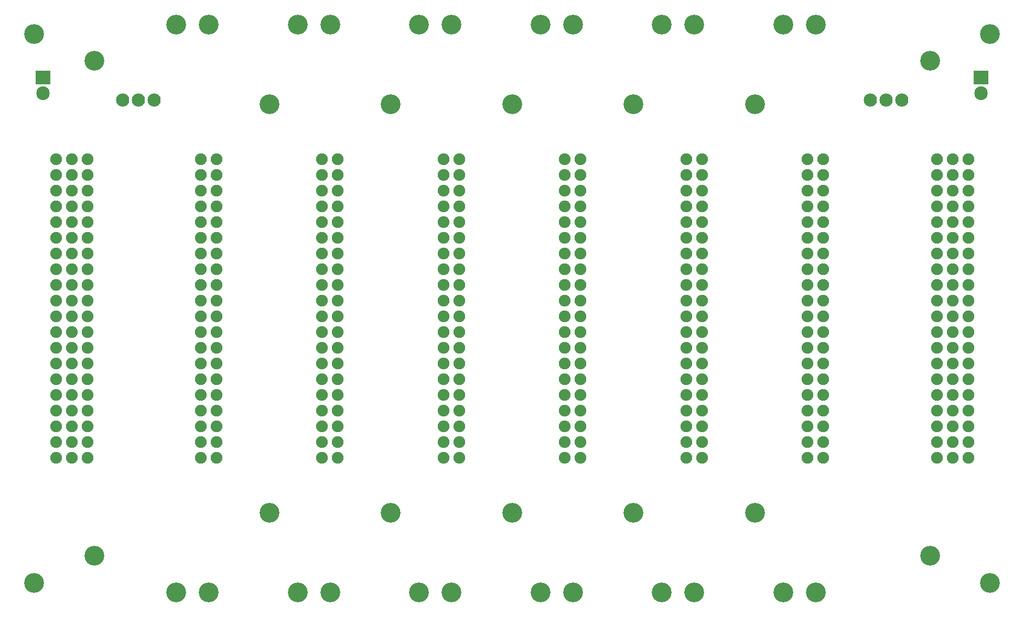
<source format=gbs>
G04 Layer_Color=16711935*
%FSLAX25Y25*%
%MOIN*%
G70*
G01*
G75*
%ADD39C,0.12611*%
%ADD40C,0.07493*%
%ADD41R,0.09300X0.08800*%
%ADD42O,0.08400X0.08800*%
%ADD43C,0.08400*%
D39*
X147638Y452756D02*
D03*
X679134D02*
D03*
Y137795D02*
D03*
X147638D02*
D03*
X717165Y120630D02*
D03*
Y469921D02*
D03*
X109606Y120630D02*
D03*
Y469921D02*
D03*
X508464Y475984D02*
D03*
Y114567D02*
D03*
X529134D02*
D03*
Y475984D02*
D03*
X451968D02*
D03*
Y114567D02*
D03*
X431299D02*
D03*
Y475984D02*
D03*
X354134D02*
D03*
Y114567D02*
D03*
X374803D02*
D03*
Y475984D02*
D03*
X297638D02*
D03*
Y114567D02*
D03*
X276969D02*
D03*
Y475984D02*
D03*
X199803D02*
D03*
Y114567D02*
D03*
X220473D02*
D03*
Y475984D02*
D03*
X606299D02*
D03*
Y114567D02*
D03*
X585630D02*
D03*
Y475984D02*
D03*
X336220Y165354D02*
D03*
X490551D02*
D03*
X413386D02*
D03*
X567716D02*
D03*
X259055D02*
D03*
X336220Y425197D02*
D03*
X259055D02*
D03*
X413386D02*
D03*
X490551D02*
D03*
X567716D02*
D03*
D40*
X683347Y390256D02*
D03*
X693347D02*
D03*
X683347Y380256D02*
D03*
X693347D02*
D03*
X683347Y370256D02*
D03*
X693347D02*
D03*
X683347Y360256D02*
D03*
X693347D02*
D03*
X683347Y350256D02*
D03*
X693347D02*
D03*
X683347Y340256D02*
D03*
X693347D02*
D03*
X683347Y330256D02*
D03*
X693347D02*
D03*
X683347Y320256D02*
D03*
X693347D02*
D03*
X683347Y310256D02*
D03*
X693347D02*
D03*
X683347Y300256D02*
D03*
X693347D02*
D03*
X683347Y290256D02*
D03*
X693347D02*
D03*
X683347Y280256D02*
D03*
X693347D02*
D03*
X683347Y270256D02*
D03*
X693347D02*
D03*
X683347Y260256D02*
D03*
X693347D02*
D03*
X683347Y250256D02*
D03*
X693347D02*
D03*
X683347Y240256D02*
D03*
X693347D02*
D03*
X683347Y230256D02*
D03*
X693347D02*
D03*
X683347Y220256D02*
D03*
X693347D02*
D03*
X683347Y210256D02*
D03*
X693347D02*
D03*
X683347Y200256D02*
D03*
X693347D02*
D03*
X703346D02*
D03*
Y210256D02*
D03*
Y220256D02*
D03*
Y230256D02*
D03*
Y240256D02*
D03*
Y250256D02*
D03*
Y260256D02*
D03*
Y270256D02*
D03*
Y280256D02*
D03*
Y290256D02*
D03*
Y300256D02*
D03*
Y310256D02*
D03*
Y320256D02*
D03*
Y330256D02*
D03*
Y340256D02*
D03*
Y350256D02*
D03*
Y360256D02*
D03*
Y370256D02*
D03*
Y380256D02*
D03*
Y390256D02*
D03*
X524114Y390256D02*
D03*
Y380256D02*
D03*
Y370256D02*
D03*
Y360256D02*
D03*
Y350256D02*
D03*
Y340256D02*
D03*
Y330256D02*
D03*
Y320256D02*
D03*
Y310256D02*
D03*
Y300256D02*
D03*
Y290256D02*
D03*
Y280256D02*
D03*
Y270256D02*
D03*
Y260256D02*
D03*
Y250256D02*
D03*
Y240256D02*
D03*
Y230256D02*
D03*
Y220256D02*
D03*
Y210256D02*
D03*
Y200256D02*
D03*
X534114Y390256D02*
D03*
Y380256D02*
D03*
Y370256D02*
D03*
Y360256D02*
D03*
Y350256D02*
D03*
Y340256D02*
D03*
Y330256D02*
D03*
Y320256D02*
D03*
Y310256D02*
D03*
Y300256D02*
D03*
Y290256D02*
D03*
Y280256D02*
D03*
Y270256D02*
D03*
Y260256D02*
D03*
Y250256D02*
D03*
Y240256D02*
D03*
Y230256D02*
D03*
Y220256D02*
D03*
Y210256D02*
D03*
Y200256D02*
D03*
X456949D02*
D03*
Y210256D02*
D03*
Y220256D02*
D03*
Y230256D02*
D03*
Y240256D02*
D03*
Y250256D02*
D03*
Y260256D02*
D03*
Y270256D02*
D03*
Y280256D02*
D03*
Y290256D02*
D03*
Y300256D02*
D03*
Y310256D02*
D03*
Y320256D02*
D03*
Y330256D02*
D03*
Y340256D02*
D03*
Y350256D02*
D03*
Y360256D02*
D03*
Y370256D02*
D03*
Y380256D02*
D03*
Y390256D02*
D03*
X446949Y200256D02*
D03*
Y210256D02*
D03*
Y220256D02*
D03*
Y230256D02*
D03*
Y240256D02*
D03*
Y250256D02*
D03*
Y260256D02*
D03*
Y270256D02*
D03*
Y280256D02*
D03*
Y290256D02*
D03*
Y300256D02*
D03*
Y310256D02*
D03*
Y320256D02*
D03*
Y330256D02*
D03*
Y340256D02*
D03*
Y350256D02*
D03*
Y360256D02*
D03*
Y370256D02*
D03*
Y380256D02*
D03*
Y390256D02*
D03*
X369783D02*
D03*
Y380256D02*
D03*
Y370256D02*
D03*
Y360256D02*
D03*
Y350256D02*
D03*
Y340256D02*
D03*
Y330256D02*
D03*
Y320256D02*
D03*
Y310256D02*
D03*
Y300256D02*
D03*
Y290256D02*
D03*
Y280256D02*
D03*
Y270256D02*
D03*
Y260256D02*
D03*
Y250256D02*
D03*
Y240256D02*
D03*
Y230256D02*
D03*
Y220256D02*
D03*
Y210256D02*
D03*
Y200256D02*
D03*
X379784Y390256D02*
D03*
Y380256D02*
D03*
Y370256D02*
D03*
Y360256D02*
D03*
Y350256D02*
D03*
Y340256D02*
D03*
Y330256D02*
D03*
Y320256D02*
D03*
Y310256D02*
D03*
Y300256D02*
D03*
Y290256D02*
D03*
Y280256D02*
D03*
Y270256D02*
D03*
Y260256D02*
D03*
Y250256D02*
D03*
Y240256D02*
D03*
Y230256D02*
D03*
Y220256D02*
D03*
Y210256D02*
D03*
Y200256D02*
D03*
X302618D02*
D03*
Y210256D02*
D03*
Y220256D02*
D03*
Y230256D02*
D03*
Y240256D02*
D03*
Y250256D02*
D03*
Y260256D02*
D03*
Y270256D02*
D03*
Y280256D02*
D03*
Y290256D02*
D03*
Y300256D02*
D03*
Y310256D02*
D03*
Y320256D02*
D03*
Y330256D02*
D03*
Y340256D02*
D03*
Y350256D02*
D03*
Y360256D02*
D03*
Y370256D02*
D03*
Y380256D02*
D03*
Y390256D02*
D03*
X292618Y200256D02*
D03*
Y210256D02*
D03*
Y220256D02*
D03*
Y230256D02*
D03*
Y240256D02*
D03*
Y250256D02*
D03*
Y260256D02*
D03*
Y270256D02*
D03*
Y280256D02*
D03*
Y290256D02*
D03*
Y300256D02*
D03*
Y310256D02*
D03*
Y320256D02*
D03*
Y330256D02*
D03*
Y340256D02*
D03*
Y350256D02*
D03*
Y360256D02*
D03*
Y370256D02*
D03*
Y380256D02*
D03*
Y390256D02*
D03*
X215453D02*
D03*
Y380256D02*
D03*
Y370256D02*
D03*
Y360256D02*
D03*
Y350256D02*
D03*
Y340256D02*
D03*
Y330256D02*
D03*
Y320256D02*
D03*
Y310256D02*
D03*
Y300256D02*
D03*
Y290256D02*
D03*
Y280256D02*
D03*
Y270256D02*
D03*
Y260256D02*
D03*
Y250256D02*
D03*
Y240256D02*
D03*
Y230256D02*
D03*
Y220256D02*
D03*
Y210256D02*
D03*
Y200256D02*
D03*
X225453Y390256D02*
D03*
Y380256D02*
D03*
Y370256D02*
D03*
Y360256D02*
D03*
Y350256D02*
D03*
Y340256D02*
D03*
Y330256D02*
D03*
Y320256D02*
D03*
Y310256D02*
D03*
Y300256D02*
D03*
Y290256D02*
D03*
Y280256D02*
D03*
Y270256D02*
D03*
Y260256D02*
D03*
Y250256D02*
D03*
Y240256D02*
D03*
Y230256D02*
D03*
Y220256D02*
D03*
Y210256D02*
D03*
Y200256D02*
D03*
X611279D02*
D03*
Y210256D02*
D03*
Y220256D02*
D03*
Y230256D02*
D03*
Y240256D02*
D03*
Y250256D02*
D03*
Y260256D02*
D03*
Y270256D02*
D03*
Y280256D02*
D03*
Y290256D02*
D03*
Y300256D02*
D03*
Y310256D02*
D03*
Y320256D02*
D03*
Y330256D02*
D03*
Y340256D02*
D03*
Y350256D02*
D03*
Y360256D02*
D03*
Y370256D02*
D03*
Y380256D02*
D03*
Y390256D02*
D03*
X601279Y200256D02*
D03*
Y210256D02*
D03*
Y220256D02*
D03*
Y230256D02*
D03*
Y240256D02*
D03*
Y250256D02*
D03*
Y260256D02*
D03*
Y270256D02*
D03*
Y280256D02*
D03*
Y290256D02*
D03*
Y300256D02*
D03*
Y310256D02*
D03*
Y320256D02*
D03*
Y330256D02*
D03*
Y340256D02*
D03*
Y350256D02*
D03*
Y360256D02*
D03*
Y370256D02*
D03*
Y380256D02*
D03*
Y390256D02*
D03*
X143425Y390256D02*
D03*
Y380256D02*
D03*
Y370256D02*
D03*
Y360256D02*
D03*
Y350256D02*
D03*
Y340256D02*
D03*
Y330256D02*
D03*
Y320256D02*
D03*
Y310256D02*
D03*
Y300256D02*
D03*
Y290256D02*
D03*
Y280256D02*
D03*
Y270256D02*
D03*
Y260256D02*
D03*
Y250256D02*
D03*
Y240256D02*
D03*
Y230256D02*
D03*
Y220256D02*
D03*
Y210256D02*
D03*
Y200256D02*
D03*
X133425D02*
D03*
X123425D02*
D03*
X133425Y210256D02*
D03*
X123425D02*
D03*
X133425Y220256D02*
D03*
X123425D02*
D03*
X133425Y230256D02*
D03*
X123425D02*
D03*
X133425Y240256D02*
D03*
X123425D02*
D03*
X133425Y250256D02*
D03*
X123425D02*
D03*
X133425Y260256D02*
D03*
X123425D02*
D03*
X133425Y270256D02*
D03*
X123425D02*
D03*
X133425Y280256D02*
D03*
X123425D02*
D03*
X133425Y290256D02*
D03*
X123425D02*
D03*
X133425Y300256D02*
D03*
X123425D02*
D03*
X133425Y310256D02*
D03*
X123425D02*
D03*
X133425Y320256D02*
D03*
X123425D02*
D03*
X133425Y330256D02*
D03*
X123425D02*
D03*
X133425Y340256D02*
D03*
X123425D02*
D03*
X133425Y350256D02*
D03*
X123425D02*
D03*
X133425Y360256D02*
D03*
X123425D02*
D03*
X133425Y370256D02*
D03*
X123425D02*
D03*
X133425Y380256D02*
D03*
X123425D02*
D03*
X133425Y390256D02*
D03*
X123425D02*
D03*
D41*
X711614Y442126D02*
D03*
X115157D02*
D03*
D42*
X711614Y432126D02*
D03*
X115157D02*
D03*
D43*
X640984Y427894D02*
D03*
X650984D02*
D03*
X660984D02*
D03*
X165787D02*
D03*
X175787D02*
D03*
X185787D02*
D03*
M02*

</source>
